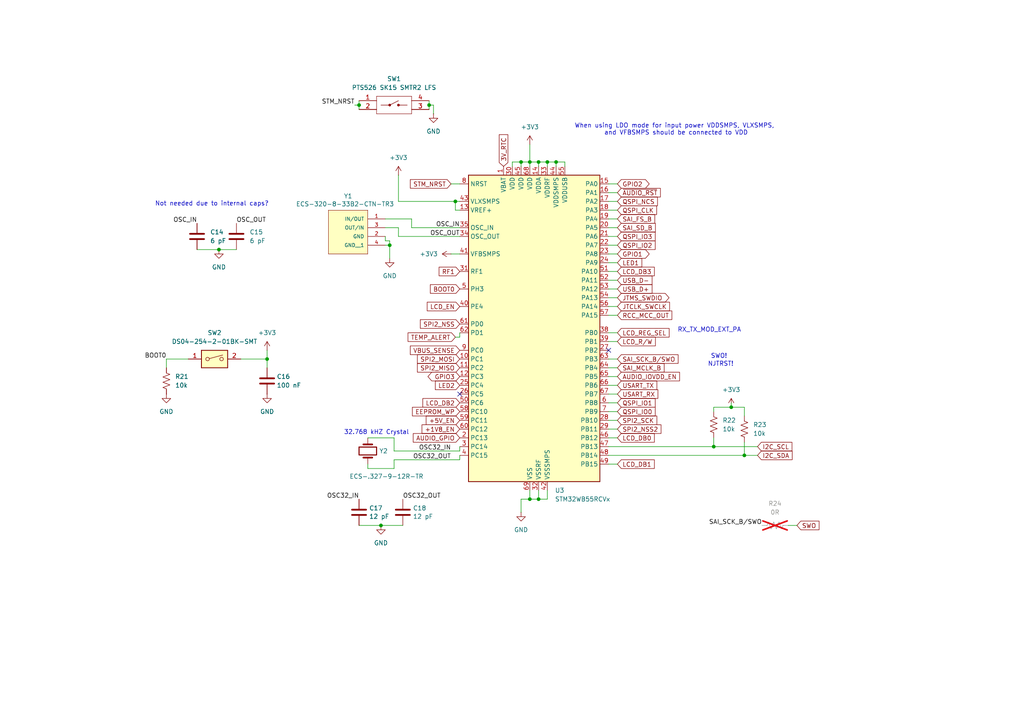
<source format=kicad_sch>
(kicad_sch (version 20231120) (generator "eeschema") (generator_version "8.0")
  (paper "A4")
  (title_block (title "Jakka1") (rev "1") (company "Jacob Kapala"))
  (lib_symbols
    (symbol "Device:C" (pin_numbers hide) (pin_names (offset 0.254))
      (property "Reference" "C" (at 0.635 2.54 0))
      (property "Value" "C" (at 0.635 -2.54 0))
      (symbol "C_0_1"
        (polyline (pts (xy -2.032 -0.762) (xy 2.032 -0.762)) (stroke (width 0.508)))
        (polyline (pts (xy -2.032 0.762) (xy 2.032 0.762)) (stroke (width 0.508)))
      )
      (symbol "C_1_1"
        (pin passive line (at 0 3.81 270) (length 2.794) (name "~") (number "1"))
        (pin passive line (at 0 -3.81 90) (length 2.794) (name "~") (number "2"))
      )
    )
    (symbol "Device:Crystal" (pin_numbers hide) (pin_names (offset 1.016) hide)
      (property "Reference" "Y" (at 0 3.81 0))
      (property "Value" "Crystal" (at 0 -3.81 0))
      (symbol "Crystal_0_1"
        (rectangle (start -1.143 2.54) (end 1.143 -2.54) (stroke (width 0.3048)))
        (polyline (pts (xy -2.54 0) (xy -1.905 0)))
        (polyline (pts (xy -1.905 -1.27) (xy -1.905 1.27)) (stroke (width 0.508)))
        (polyline (pts (xy 1.905 -1.27) (xy 1.905 1.27)) (stroke (width 0.508)))
        (polyline (pts (xy 2.54 0) (xy 1.905 0)))
      )
      (symbol "Crystal_1_1"
        (pin passive line (at -3.81 0 0) (length 1.27) (name "1") (number "1"))
        (pin passive line (at 3.81 0 180) (length 1.27) (name "2") (number "2"))
      )
    )
    (symbol "Device:R_US" (pin_numbers hide) (pin_names (offset 0))
      (property "Reference" "R" (at 2.54 0 90))
      (property "Value" "R_US" (at -2.54 0 90))
      (symbol "R_US_0_1"
        (polyline (pts (xy 0 -2.286) (xy 0 -2.54)))
        (polyline (pts (xy 0 2.286) (xy 0 2.54)))
        (polyline (pts (xy 0 -0.762) (xy 1.016 -1.143) (xy 0 -1.524) (xy -1.016 -1.905) (xy 0 -2.286)))
        (polyline (pts (xy 0 0.762) (xy 1.016 0.381) (xy 0 0) (xy -1.016 -0.381) (xy 0 -0.762)))
        (polyline (pts (xy 0 2.286) (xy 1.016 1.905) (xy 0 1.524) (xy -1.016 1.143) (xy 0 0.762)))
      )
      (symbol "R_US_1_1"
        (pin passive line (at 0 3.81 270) (length 1.27) (name "~") (number "1"))
        (pin passive line (at 0 -3.81 90) (length 1.27) (name "~") (number "2"))
      )
    )
    (symbol "MCU_ST_STM32WB:STM32WB55RCVx"
      (property "Reference" "U" (at -17.78 46.99 0))
      (property "Value" "STM32WB55RCVx" (at 12.7 46.99 0))
      (symbol "STM32WB55RCVx_0_1"
        (rectangle (start -17.78 -43.18) (end 20.32 45.72) (stroke (width 0.254)) (fill (type background)))
      )
      (symbol "STM32WB55RCVx_1_1"
        (pin power_in line (at -7.62 48.26 270) (length 2.54) (name "VBAT") (number "1"))
        (pin bidirectional line (at -20.32 -7.62 0) (length 2.54) (name "PC1") (number "10"))
        (pin bidirectional line (at -20.32 -10.16 0) (length 2.54) (name "PC2") (number "11"))
        (pin bidirectional line (at -20.32 -12.7 0) (length 2.54) (name "PC3") (number "12"))
        (pin input line (at -20.32 35.56 0) (length 2.54) (name "VREF+") (number "13"))
        (pin power_in line (at 2.54 48.26 270) (length 2.54) (name "VDDA") (number "14"))
        (pin bidirectional line (at 22.86 43.18 180) (length 2.54) (name "PA0") (number "15"))
        (pin bidirectional line (at 22.86 40.64 180) (length 2.54) (name "PA1") (number "16"))
        (pin bidirectional line (at 22.86 38.1 180) (length 2.54) (name "PA2") (number "17"))
        (pin bidirectional line (at 22.86 35.56 180) (length 2.54) (name "PA3") (number "18"))
        (pin bidirectional line (at 22.86 33.02 180) (length 2.54) (name "PA4") (number "19"))
        (pin bidirectional line (at -20.32 -30.48 0) (length 2.54) (name "PC13") (number "2"))
        (pin bidirectional line (at 22.86 30.48 180) (length 2.54) (name "PA5") (number "20"))
        (pin bidirectional line (at 22.86 27.94 180) (length 2.54) (name "PA6") (number "21"))
        (pin bidirectional line (at 22.86 25.4 180) (length 2.54) (name "PA7") (number "22"))
        (pin bidirectional line (at 22.86 22.86 180) (length 2.54) (name "PA8") (number "23"))
        (pin bidirectional line (at 22.86 20.32 180) (length 2.54) (name "PA9") (number "24"))
        (pin bidirectional line (at -20.32 -15.24 0) (length 2.54) (name "PC4") (number "25"))
        (pin bidirectional line (at -20.32 -17.78 0) (length 2.54) (name "PC5") (number "26"))
        (pin bidirectional line (at 22.86 -5.08 180) (length 2.54) (name "PB2") (number "27"))
        (pin bidirectional line (at 22.86 -25.4 180) (length 2.54) (name "PB10") (number "28"))
        (pin bidirectional line (at 22.86 -27.94 180) (length 2.54) (name "PB11") (number "29"))
        (pin bidirectional line (at -20.32 -33.02 0) (length 2.54) (name "PC14") (number "3"))
        (pin power_in line (at -5.08 48.26 270) (length 2.54) (name "VDD") (number "30"))
        (pin bidirectional line (at -20.32 17.78 0) (length 2.54) (name "RF1") (number "31"))
        (pin power_in line (at 2.54 -45.72 90) (length 2.54) (name "VSSRF") (number "32"))
        (pin power_in line (at 5.08 48.26 270) (length 2.54) (name "VDDRF") (number "33"))
        (pin input line (at -20.32 27.94 0) (length 2.54) (name "OSC_OUT") (number "34"))
        (pin input line (at -20.32 30.48 0) (length 2.54) (name "OSC_IN") (number "35"))
        (pin no_connect line (at -17.78 -43.18 0) (length 2.54) hide (name "AT0") (number "36"))
        (pin no_connect line (at -17.78 -40.64 0) (length 2.54) hide (name "AT1") (number "37"))
        (pin bidirectional line (at 22.86 0 180) (length 2.54) (name "PB0") (number "38"))
        (pin bidirectional line (at 22.86 -2.54 180) (length 2.54) (name "PB1") (number "39"))
        (pin bidirectional line (at -20.32 -35.56 0) (length 2.54) (name "PC15") (number "4"))
        (pin bidirectional line (at -20.32 7.62 0) (length 2.54) (name "PE4") (number "40"))
        (pin input line (at -20.32 22.86 0) (length 2.54) (name "VFBSMPS") (number "41"))
        (pin power_in line (at 5.08 -45.72 90) (length 2.54) (name "VSSSMPS") (number "42"))
        (pin power_in line (at -20.32 38.1 0) (length 2.54) (name "VLXSMPS") (number "43"))
        (pin power_in line (at 7.62 48.26 270) (length 2.54) (name "VDDSMPS") (number "44"))
        (pin power_in line (at -2.54 48.26 270) (length 2.54) (name "VDD") (number "45"))
        (pin bidirectional line (at 22.86 -30.48 180) (length 2.54) (name "PB12") (number "46"))
        (pin bidirectional line (at 22.86 -33.02 180) (length 2.54) (name "PB13") (number "47"))
        (pin bidirectional line (at 22.86 -35.56 180) (length 2.54) (name "PB14") (number "48"))
        (pin bidirectional line (at 22.86 -38.1 180) (length 2.54) (name "PB15") (number "49"))
        (pin bidirectional line (at -20.32 12.7 0) (length 2.54) (name "PH3") (number "5"))
        (pin bidirectional line (at -20.32 -20.32 0) (length 2.54) (name "PC6") (number "50"))
        (pin bidirectional line (at 22.86 17.78 180) (length 2.54) (name "PA10") (number "51"))
        (pin bidirectional line (at 22.86 15.24 180) (length 2.54) (name "PA11") (number "52"))
        (pin bidirectional line (at 22.86 12.7 180) (length 2.54) (name "PA12") (number "53"))
        (pin bidirectional line (at 22.86 10.16 180) (length 2.54) (name "PA13") (number "54"))
        (pin power_in line (at 10.16 48.26 270) (length 2.54) (name "VDDUSB") (number "55"))
        (pin bidirectional line (at 22.86 7.62 180) (length 2.54) (name "PA14") (number "56"))
        (pin bidirectional line (at 22.86 5.08 180) (length 2.54) (name "PA15") (number "57"))
        (pin bidirectional line (at -20.32 -22.86 0) (length 2.54) (name "PC10") (number "58"))
        (pin bidirectional line (at -20.32 -25.4 0) (length 2.54) (name "PC11") (number "59"))
        (pin bidirectional line (at 22.86 -20.32 180) (length 2.54) (name "PB8") (number "6"))
        (pin bidirectional line (at -20.32 -27.94 0) (length 2.54) (name "PC12") (number "60"))
        (pin bidirectional line (at -20.32 2.54 0) (length 2.54) (name "PD0") (number "61"))
        (pin bidirectional line (at -20.32 0 0) (length 2.54) (name "PD1") (number "62"))
        (pin bidirectional line (at 22.86 -7.62 180) (length 2.54) (name "PB3") (number "63"))
        (pin bidirectional line (at 22.86 -10.16 180) (length 2.54) (name "PB4") (number "64"))
        (pin bidirectional line (at 22.86 -12.7 180) (length 2.54) (name "PB5") (number "65"))
        (pin bidirectional line (at 22.86 -15.24 180) (length 2.54) (name "PB6") (number "66"))
        (pin bidirectional line (at 22.86 -17.78 180) (length 2.54) (name "PB7") (number "67"))
        (pin power_in line (at 0 48.26 270) (length 2.54) (name "VDD") (number "68"))
        (pin power_in line (at 0 -45.72 90) (length 2.54) (name "VSS") (number "69"))
        (pin bidirectional line (at 22.86 -22.86 180) (length 2.54) (name "PB9") (number "7"))
        (pin input line (at -20.32 43.18 0) (length 2.54) (name "NRST") (number "8"))
        (pin bidirectional line (at -20.32 -5.08 0) (length 2.54) (name "PC0") (number "9"))
      )
    )
    (symbol "jka_library:DS04-254-2-01BK-SMT"
      (property "Reference" "SW" (at -4.064 7.112 0))
      (property "Value" "DS04-254-2-01BK-SMT" (at -4.064 4.572 0))
      (symbol "DS04-254-2-01BK-SMT_0_0"
        (circle (center -2.032 0) (radius 0.508))
        (polyline (pts (xy -1.524 0.127) (xy 2.3622 1.1684)))
        (circle (center 2.032 0) (radius 0.508))
      )
      (symbol "DS04-254-2-01BK-SMT_0_1"
        (rectangle (start -3.81 2.54) (end 3.81 -2.54) (stroke (width 0.254)) (fill (type background)))
      )
      (symbol "DS04-254-2-01BK-SMT_1_1"
        (pin passive line (at -7.62 0 0) (length 3.81) (name "") (number "1"))
        (pin passive line (at 7.62 0 180) (length 3.81) (name "") (number "2"))
      )
    )
    (symbol "jka_library:ECS-320-8-33-RWY-TR" (pin_names (offset 1.016))
      (property "Reference" "Y" (at -0.508 8.382 0))
      (property "Value" "ECS-320-8-33-RWY-TR" (at -15.2549 -7.629 0))
      (symbol "ECS-320-8-33-RWY-TR_0_0"
        (rectangle (start -5.08 7.62) (end 6.35 -5.08) (stroke (width 0.127)) (fill (type background)))
        (pin bidirectional line (at 11.43 5.08 180) (length 5.08) (name "IN/OUT") (number "1"))
        (pin power_in line (at 11.43 0 180) (length 5.08) (name "GND") (number "2"))
        (pin bidirectional line (at 11.43 2.54 180) (length 5.08) (name "OUT/IN") (number "3"))
        (pin power_in line (at 11.43 -2.54 180) (length 5.08) (name "GND__1") (number "4"))
      )
    )
    (symbol "jka_library:PTS526_SK15_SMTR2_LFS" (pin_names (offset 0.254))
      (property "Reference" "SW" (at 12.7 5.334 0))
      (property "Value" "PTS526 SK15 SMTR2 LFS" (at 12.7 3.302 0))
      (symbol "PTS526_SK15_SMTR2_LFS_0_1"
        (polyline (pts (xy 7.62 -3.81) (xy 17.78 -3.81)) (stroke (width 0.127)))
        (polyline (pts (xy 7.62 1.27) (xy 7.62 -3.81)) (stroke (width 0.127)))
        (polyline (pts (xy 17.78 -3.81) (xy 17.78 1.27)) (stroke (width 0.127)))
        (polyline (pts (xy 17.78 1.27) (xy 7.62 1.27)) (stroke (width 0.127)))
      )
      (symbol "PTS526_SK15_SMTR2_LFS_1_1"
        (polyline (pts (xy 8.89 -1.27) (xy 11.43 -1.27)))
        (polyline (pts (xy 11.43 -1.27) (xy 13.97 0)))
        (polyline (pts (xy 13.97 -1.27) (xy 16.51 -1.27)))
        (circle (center 11.43 -1.27) (radius 0.0001) (stroke (width 0.762)) (fill (type outline)))
        (circle (center 13.97 -1.27) (radius 0.0001) (stroke (width 0.762)) (fill (type outline)))
        (pin unspecified line (at 2.54 0 0) (length 5.08) (name "") (number "1"))
        (pin unspecified line (at 2.54 -2.54 0) (length 5.08) (name "") (number "2"))
        (pin unspecified line (at 22.86 -2.54 180) (length 5.08) (name "") (number "3"))
        (pin unspecified line (at 22.86 0 180) (length 5.08) (name "") (number "4"))
      )
    )
    (symbol "power:+3.3V" (power) (pin_numbers hide) (pin_names (offset 0) hide)
      (property "Value" "+3.3V" (at 0 3.556 0))
      (symbol "+3.3V_0_1"
        (polyline (pts (xy -0.762 1.27) (xy 0 2.54)))
        (polyline (pts (xy 0 0) (xy 0 2.54)))
        (polyline (pts (xy 0 2.54) (xy 0.762 1.27)))
      )
      (symbol "+3.3V_1_1"
        (pin power_in line (at 0 0 90) (length 0) (name "~") (number "1"))
      )
    )
    (symbol "power:GND" (power) (pin_numbers hide) (pin_names (offset 0) hide)
      (property "Value" "GND" (at 0 -3.81 0))
      (symbol "GND_0_1"
        (polyline (pts (xy 0 0) (xy 0 -1.27) (xy 1.27 -1.27) (xy 0 -2.54) (xy -1.27 -1.27) (xy 0 -1.27)))
      )
      (symbol "GND_1_1"
        (pin power_in line (at 0 0 270) (length 0) (name "~") (number "1"))
      )
    )
  )
  (junction (at 63.5 72.39))
  (junction (at 215.9 132.08))
  (junction (at 110.49 152.4))
  (junction (at 151.13 46.99))
  (junction (at 158.75 46.99))
  (junction (at 124.46 30.48))
  (junction (at 161.29 46.99))
  (junction (at 156.21 46.99))
  (junction (at 153.67 46.99))
  (junction (at 77.47 104.14))
  (junction (at 113.03 71.12))
  (junction (at 212.09 118.11))
  (junction (at 153.67 144.78))
  (junction (at 156.21 144.78))
  (junction (at 207.01 129.54))
  (junction (at 132.08 58.42))
  (junction (at 104.14 30.48))
  (no_connect (at 133.35 114.3))
  (no_connect (at 176.53 101.6))
  (wire (pts (xy 176.53 78.74) (xy 179.07 78.74)))
  (wire (pts (xy 104.14 30.48) (xy 104.14 31.75)))
  (wire (pts (xy 125.73 30.48) (xy 124.46 30.48)))
  (wire (pts (xy 176.53 58.42) (xy 179.07 58.42)))
  (wire (pts (xy 130.81 73.66) (xy 133.35 73.66)))
  (wire (pts (xy 104.14 152.4) (xy 110.49 152.4)))
  (wire (pts (xy 77.47 106.68) (xy 77.47 104.14)))
  (wire (pts (xy 153.67 144.78) (xy 151.13 144.78)))
  (wire (pts (xy 163.83 48.26) (xy 163.83 46.99)))
  (wire (pts (xy 156.21 144.78) (xy 153.67 144.78)))
  (wire (pts (xy 176.53 109.22) (xy 179.07 109.22)))
  (wire (pts (xy 158.75 144.78) (xy 158.75 142.24)))
  (wire (pts (xy 176.53 60.96) (xy 179.07 60.96)))
  (wire (pts (xy 125.73 33.02) (xy 125.73 30.48)))
  (wire (pts (xy 57.15 72.39) (xy 63.5 72.39)))
  (wire (pts (xy 48.26 104.14) (xy 54.61 104.14)))
  (wire (pts (xy 151.13 46.99) (xy 151.13 48.26)))
  (wire (pts (xy 151.13 46.99) (xy 153.67 46.99)))
  (wire (pts (xy 176.53 116.84) (xy 179.07 116.84)))
  (wire (pts (xy 132.08 97.79) (xy 133.35 97.79)))
  (wire (pts (xy 215.9 118.11) (xy 215.9 120.65)))
  (wire (pts (xy 151.13 144.78) (xy 151.13 148.59)))
  (wire (pts (xy 114.3 127) (xy 114.3 130.81)))
  (wire (pts (xy 102.87 30.48) (xy 104.14 30.48)))
  (wire (pts (xy 114.3 133.35) (xy 133.35 133.35)))
  (wire (pts (xy 207.01 118.11) (xy 212.09 118.11)))
  (wire (pts (xy 176.53 83.82) (xy 179.07 83.82)))
  (wire (pts (xy 156.21 144.78) (xy 158.75 144.78)))
  (wire (pts (xy 219.71 132.08) (xy 215.9 132.08)))
  (wire (pts (xy 207.01 129.54) (xy 219.71 129.54)))
  (wire (pts (xy 156.21 46.99) (xy 158.75 46.99)))
  (wire (pts (xy 207.01 127) (xy 207.01 129.54)))
  (wire (pts (xy 114.3 135.89) (xy 114.3 133.35)))
  (wire (pts (xy 176.53 111.76) (xy 179.07 111.76)))
  (wire (pts (xy 111.76 63.5) (xy 119.38 63.5)))
  (wire (pts (xy 63.5 72.39) (xy 68.58 72.39)))
  (wire (pts (xy 106.68 135.89) (xy 114.3 135.89)))
  (wire (pts (xy 106.68 134.62) (xy 106.68 135.89)))
  (wire (pts (xy 215.9 128.27) (xy 215.9 132.08)))
  (wire (pts (xy 176.53 132.08) (xy 215.9 132.08)))
  (wire (pts (xy 153.67 41.91) (xy 153.67 46.99)))
  (wire (pts (xy 179.07 127) (xy 176.53 127)))
  (wire (pts (xy 176.53 114.3) (xy 179.07 114.3)))
  (wire (pts (xy 176.53 81.28) (xy 179.07 81.28)))
  (wire (pts (xy 176.53 119.38) (xy 179.07 119.38)))
  (wire (pts (xy 176.53 76.2) (xy 179.07 76.2)))
  (wire (pts (xy 111.76 69.85) (xy 113.03 69.85)))
  (wire (pts (xy 133.35 133.35) (xy 133.35 132.08)))
  (wire (pts (xy 176.53 104.14) (xy 179.07 104.14)))
  (wire (pts (xy 179.07 53.34) (xy 176.53 53.34)))
  (wire (pts (xy 231.14 152.4) (xy 228.6 152.4)))
  (wire (pts (xy 161.29 46.99) (xy 161.29 48.26)))
  (wire (pts (xy 163.83 46.99) (xy 161.29 46.99)))
  (wire (pts (xy 114.3 130.81) (xy 133.35 130.81)))
  (wire (pts (xy 115.57 66.04) (xy 115.57 68.58)))
  (wire (pts (xy 133.35 130.81) (xy 133.35 129.54)))
  (wire (pts (xy 179.07 66.04) (xy 176.53 66.04)))
  (wire (pts (xy 130.81 53.34) (xy 133.35 53.34)))
  (wire (pts (xy 176.53 63.5) (xy 179.07 63.5)))
  (wire (pts (xy 179.07 99.06) (xy 176.53 99.06)))
  (wire (pts (xy 179.07 86.36) (xy 176.53 86.36)))
  (wire (pts (xy 156.21 46.99) (xy 156.21 48.26)))
  (wire (pts (xy 153.67 46.99) (xy 156.21 46.99)))
  (wire (pts (xy 179.07 55.88) (xy 176.53 55.88)))
  (wire (pts (xy 119.38 66.04) (xy 133.35 66.04)))
  (wire (pts (xy 115.57 58.42) (xy 132.08 58.42)))
  (wire (pts (xy 132.08 58.42) (xy 133.35 58.42)))
  (wire (pts (xy 110.49 152.4) (xy 116.84 152.4)))
  (wire (pts (xy 113.03 71.12) (xy 113.03 74.93)))
  (wire (pts (xy 153.67 48.26) (xy 153.67 46.99)))
  (wire (pts (xy 179.07 124.46) (xy 176.53 124.46)))
  (wire (pts (xy 119.38 63.5) (xy 119.38 66.04)))
  (wire (pts (xy 69.85 104.14) (xy 77.47 104.14)))
  (wire (pts (xy 133.35 97.79) (xy 133.35 96.52)))
  (wire (pts (xy 115.57 68.58) (xy 133.35 68.58)))
  (wire (pts (xy 111.76 68.58) (xy 111.76 69.85)))
  (wire (pts (xy 161.29 46.99) (xy 158.75 46.99)))
  (wire (pts (xy 176.53 68.58) (xy 179.07 68.58)))
  (wire (pts (xy 132.08 60.96) (xy 132.08 58.42)))
  (wire (pts (xy 153.67 142.24) (xy 153.67 144.78)))
  (wire (pts (xy 77.47 101.6) (xy 77.47 104.14)))
  (wire (pts (xy 176.53 73.66) (xy 179.07 73.66)))
  (wire (pts (xy 111.76 71.12) (xy 113.03 71.12)))
  (wire (pts (xy 176.53 129.54) (xy 207.01 129.54)))
  (wire (pts (xy 207.01 119.38) (xy 207.01 118.11)))
  (wire (pts (xy 148.59 46.99) (xy 151.13 46.99)))
  (wire (pts (xy 124.46 29.21) (xy 124.46 30.48)))
  (wire (pts (xy 176.53 106.68) (xy 179.07 106.68)))
  (wire (pts (xy 176.53 71.12) (xy 179.07 71.12)))
  (wire (pts (xy 124.46 30.48) (xy 124.46 31.75)))
  (wire (pts (xy 158.75 48.26) (xy 158.75 46.99)))
  (wire (pts (xy 115.57 58.42) (xy 115.57 50.8)))
  (wire (pts (xy 148.59 48.26) (xy 148.59 46.99)))
  (wire (pts (xy 111.76 66.04) (xy 115.57 66.04)))
  (wire (pts (xy 48.26 104.14) (xy 48.26 106.68)))
  (wire (pts (xy 113.03 69.85) (xy 113.03 71.12)))
  (wire (pts (xy 176.53 91.44) (xy 179.07 91.44)))
  (wire (pts (xy 176.53 88.9) (xy 179.07 88.9)))
  (wire (pts (xy 179.07 134.62) (xy 176.53 134.62)))
  (wire (pts (xy 133.35 60.96) (xy 132.08 60.96)))
  (wire (pts (xy 104.14 29.21) (xy 104.14 30.48)))
  (wire (pts (xy 176.53 96.52) (xy 179.07 96.52)))
  (wire (pts (xy 176.53 121.92) (xy 179.07 121.92)))
  (wire (pts (xy 212.09 116.84) (xy 212.09 118.11)))
  (wire (pts (xy 212.09 118.11) (xy 215.9 118.11)))
  (wire (pts (xy 106.68 127) (xy 114.3 127)))
  (wire (pts (xy 156.21 142.24) (xy 156.21 144.78)))
  (text "Not needed due to internal caps?" (at 61.468 59.182 0) (effects (font (size 1.27 1.27))))
  (text "RX_TX_MOD_EXT_PA" (at 205.74 95.758 0) (effects (font (size 1.27 1.27))))
  (text "NJTRST!" (at 209.042 105.664 0) (effects (font (size 1.27 1.27))))
  (text "32.768 kHZ Crystal" (at 109.22 125.476 0) (effects (font (size 1.27 1.27))))
  (text "SWO!" (at 208.534 103.378 0) (effects (font (size 1.27 1.27))))
  (text "When using LDO mode for input power VDDSMPS, VLXSMPS, \nand VFBSMPS should be connected to VDD" (at 196.088 37.592 0) (effects (font (size 1.27 1.27))))
  (label "OSC_IN" (at 57.15 64.77 180))
  (label "OSC_IN" (at 133.35 66.04 180))
  (label "OSC32_OUT" (at 130.81 133.35 180))
  (label "OSC32_IN" (at 104.14 144.78 180))
  (label "OSC_OUT" (at 133.35 68.58 180))
  (label "OSC32_IN" (at 130.81 130.81 180))
  (label "STM_NRST" (at 102.87 30.48 180))
  (label "OSC32_OUT" (at 116.84 144.78 0))
  (label "BOOT0" (at 48.26 104.14 180))
  (label "OSC_OUT" (at 68.58 64.77 0))
  (label "SAI_SCK_B{slash}SWO" (at 220.98 152.4 180))
  (global_label "QSPI_IO0" (shape input) (at 179.07 119.38 0) (property "Intersheetrefs" "${INTERSHEET_REFS}" (effects (hide yes))))
  (global_label "QSPI_IO2" (shape input) (at 179.07 71.12 0) (property "Intersheetrefs" "${INTERSHEET_REFS}" (effects (hide yes))))
  (global_label "QSPI_IO3" (shape input) (at 179.07 68.58 0) (property "Intersheetrefs" "${INTERSHEET_REFS}" (effects (hide yes))))
  (global_label "LED2" (shape input) (at 133.35 111.76 180) (property "Intersheetrefs" "${INTERSHEET_REFS}" (effects (hide yes))))
  (global_label "JTMS_SWDIO" (shape bidirectional) (at 179.07 86.36 0) (property "Intersheetrefs" "${INTERSHEET_REFS}" (effects (hide yes))))
  (global_label "SAI_MCLK_B" (shape input) (at 179.07 106.68 0) (property "Intersheetrefs" "${INTERSHEET_REFS}" (effects (hide yes))))
  (global_label "USB_D-" (shape input) (at 179.07 81.28 0) (property "Intersheetrefs" "${INTERSHEET_REFS}" (effects (hide yes))))
  (global_label "GPIO2" (shape bidirectional) (at 179.07 53.34 0) (property "Intersheetrefs" "${INTERSHEET_REFS}" (effects (hide yes))))
  (global_label "VBUS_SENSE" (shape input) (at 133.35 101.6 180) (property "Intersheetrefs" "${INTERSHEET_REFS}" (effects (hide yes))))
  (global_label "LCD_R{slash}W" (shape input) (at 179.07 99.06 0) (property "Intersheetrefs" "${INTERSHEET_REFS}" (effects (hide yes))))
  (global_label "LCD_DB0" (shape input) (at 179.07 127 0) (property "Intersheetrefs" "${INTERSHEET_REFS}" (effects (hide yes))))
  (global_label "SAI_SD_B" (shape input) (at 179.07 66.04 0) (property "Intersheetrefs" "${INTERSHEET_REFS}" (effects (hide yes))))
  (global_label "USART_TX" (shape input) (at 179.07 111.76 0) (property "Intersheetrefs" "${INTERSHEET_REFS}" (effects (hide yes))))
  (global_label "SPI2_SCK" (shape input) (at 179.07 121.92 0) (property "Intersheetrefs" "${INTERSHEET_REFS}" (effects (hide yes))))
  (global_label "SPI2_MISO" (shape input) (at 133.35 106.68 180) (property "Intersheetrefs" "${INTERSHEET_REFS}" (effects (hide yes))))
  (global_label "STM_NRST" (shape input) (at 130.81 53.34 180) (property "Intersheetrefs" "${INTERSHEET_REFS}" (effects (hide yes))))
  (global_label "USB_D+" (shape input) (at 179.07 83.82 0) (property "Intersheetrefs" "${INTERSHEET_REFS}" (effects (hide yes))))
  (global_label "QSPI_NCS" (shape input) (at 179.07 58.42 0) (property "Intersheetrefs" "${INTERSHEET_REFS}" (effects (hide yes))))
  (global_label "+5V_EN" (shape input) (at 133.35 121.92 180) (property "Intersheetrefs" "${INTERSHEET_REFS}" (effects (hide yes))))
  (global_label "GPIO1" (shape bidirectional) (at 179.07 73.66 0) (property "Intersheetrefs" "${INTERSHEET_REFS}" (effects (hide yes))))
  (global_label "QSPI_IO1" (shape input) (at 179.07 116.84 0) (property "Intersheetrefs" "${INTERSHEET_REFS}" (effects (hide yes))))
  (global_label "LED1" (shape input) (at 179.07 76.2 0) (property "Intersheetrefs" "${INTERSHEET_REFS}" (effects (hide yes))))
  (global_label "LCD_DB3" (shape input) (at 179.07 78.74 0) (property "Intersheetrefs" "${INTERSHEET_REFS}" (effects (hide yes))))
  (global_label "LCD_EN" (shape input) (at 133.35 88.9 180) (property "Intersheetrefs" "${INTERSHEET_REFS}" (effects (hide yes))))
  (global_label "I2C_SDA" (shape input) (at 219.71 132.08 0) (property "Intersheetrefs" "${INTERSHEET_REFS}" (effects (hide yes))))
  (global_label "SPI2_NSS2" (shape input) (at 179.07 124.46 0) (property "Intersheetrefs" "${INTERSHEET_REFS}" (effects (hide yes))))
  (global_label "~{AUDIO_RST}" (shape input) (at 179.07 55.88 0) (property "Intersheetrefs" "${INTERSHEET_REFS}" (effects (hide yes))))
  (global_label "RCC_MCC_OUT" (shape input) (at 179.07 91.44 0) (property "Intersheetrefs" "${INTERSHEET_REFS}" (effects (hide yes))))
  (global_label "SPI2_MOSI" (shape input) (at 133.35 104.14 180) (property "Intersheetrefs" "${INTERSHEET_REFS}" (effects (hide yes))))
  (global_label "SAI_SCK_B{slash}SWO" (shape input) (at 179.07 104.14 0) (property "Intersheetrefs" "${INTERSHEET_REFS}" (effects (hide yes))))
  (global_label "AUDIO_IOVDD_EN" (shape input) (at 179.07 109.22 0) (property "Intersheetrefs" "${INTERSHEET_REFS}" (effects (hide yes))))
  (global_label "SWO" (shape input) (at 231.14 152.4 0) (property "Intersheetrefs" "${INTERSHEET_REFS}" (effects (hide yes))))
  (global_label "LCD_DB1" (shape input) (at 179.07 134.62 0) (property "Intersheetrefs" "${INTERSHEET_REFS}" (effects (hide yes))))
  (global_label "JTCLK_SWCLK" (shape input) (at 179.07 88.9 0) (property "Intersheetrefs" "${INTERSHEET_REFS}" (effects (hide yes))))
  (global_label "RF1" (shape input) (at 133.35 78.74 180) (property "Intersheetrefs" "${INTERSHEET_REFS}" (effects (hide yes))))
  (global_label "BOOT0" (shape input) (at 133.35 83.82 180) (property "Intersheetrefs" "${INTERSHEET_REFS}" (effects (hide yes))))
  (global_label "GPIO3" (shape bidirectional) (at 133.35 109.22 180) (property "Intersheetrefs" "${INTERSHEET_REFS}" (effects (hide yes))))
  (global_label "+1V8_EN" (shape input) (at 133.35 124.46 180) (property "Intersheetrefs" "${INTERSHEET_REFS}" (effects (hide yes))))
  (global_label "TEMP_ALERT" (shape input) (at 132.08 97.79 180) (property "Intersheetrefs" "${INTERSHEET_REFS}" (effects (hide yes))))
  (global_label "LCD_REG_SEL" (shape input) (at 179.07 96.52 0) (property "Intersheetrefs" "${INTERSHEET_REFS}" (effects (hide yes))))
  (global_label "SPI2_NSS" (shape input) (at 133.35 93.98 180) (property "Intersheetrefs" "${INTERSHEET_REFS}" (effects (hide yes))))
  (global_label "AUDIO_GPIO" (shape input) (at 133.35 127 180) (property "Intersheetrefs" "${INTERSHEET_REFS}" (effects (hide yes))))
  (global_label "USART_RX" (shape input) (at 179.07 114.3 0) (property "Intersheetrefs" "${INTERSHEET_REFS}" (effects (hide yes))))
  (global_label "I2C_SCL" (shape input) (at 219.71 129.54 0) (property "Intersheetrefs" "${INTERSHEET_REFS}" (effects (hide yes))))
  (global_label "EEPROM_WP" (shape input) (at 133.35 119.38 180) (property "Intersheetrefs" "${INTERSHEET_REFS}" (effects (hide yes))))
  (global_label "SAI_FS_B" (shape input) (at 179.07 63.5 0) (property "Intersheetrefs" "${INTERSHEET_REFS}" (effects (hide yes))))
  (global_label "QSPI_CLK" (shape input) (at 179.07 60.96 0) (property "Intersheetrefs" "${INTERSHEET_REFS}" (effects (hide yes))))
  (global_label "LCD_DB2" (shape input) (at 133.35 116.84 180) (property "Intersheetrefs" "${INTERSHEET_REFS}" (effects (hide yes))))
  (global_label "3V_RTC" (shape input) (at 146.05 48.26 90) (property "Intersheetrefs" "${INTERSHEET_REFS}" (effects (hide yes))))
  (symbol (lib_id "power:+3.3V") (at 153.67 41.91 0) (unit 1)
    (property "Reference" "#PWR021" (effects (hide yes)))
    (property "Value" "+3V3" (at 153.67 36.83 0))
    (property "Description" "Power symbol creates a global label with name \"+3.3V\"" (effects (hide yes)))
  )
  (symbol (lib_id "power:GND") (at 63.5 72.39 0) (unit 1)
    (property "Reference" "#PWR023" (effects (hide yes)))
    (property "Value" "GND" (at 63.5 77.47 0))
    (property "Description" "Power symbol creates a global label with name \"GND\" , ground" (effects (hide yes)))
  )
  (symbol (lib_id "power:+3.3V") (at 212.09 118.11 0) (unit 1)
    (property "Reference" "#PWR029" (effects (hide yes)))
    (property "Value" "+3V3" (at 212.09 113.03 0))
    (property "Description" "Power symbol creates a global label with name \"+3.3V\"" (effects (hide yes)))
  )
  (symbol (lib_id "Device:C") (at 57.15 68.58 0) (unit 1)
    (property "Reference" "C14" (at 60.96 67.3099 0) (effects (justify left)))
    (property "Value" "6 pF" (at 60.96 69.8499 0) (effects (justify left)))
    (property "Footprint" "Capacitor_SMD:C_0603_1608Metric" (effects (hide yes)))
    (property "Description" "Unpolarized capacitor" (effects (hide yes)))
  )
  (symbol (lib_id "Device:R_US") (at 215.9 124.46 0) (unit 1)
    (property "Reference" "R23" (at 218.44 123.1899 0) (effects (justify left)))
    (property "Value" "10k" (at 218.44 125.7299 0) (effects (justify left)))
    (property "Footprint" "Resistor_SMD:R_0603_1608Metric" (effects (hide yes)))
    (property "Description" "Resistor, US symbol" (effects (hide yes)))
  )
  (symbol (lib_id "Device:C") (at 68.58 68.58 0) (unit 1)
    (property "Reference" "C15" (at 72.39 67.3099 0) (effects (justify left)))
    (property "Value" "6 pF" (at 72.39 69.8499 0) (effects (justify left)))
    (property "Footprint" "Capacitor_SMD:C_0603_1608Metric" (effects (hide yes)))
    (property "Description" "Unpolarized capacitor" (effects (hide yes)))
  )
  (symbol (lib_id "power:GND") (at 151.13 148.59 0) (unit 1)
    (property "Reference" "#PWR030" (effects (hide yes)))
    (property "Value" "GND" (at 151.13 153.67 0))
    (property "Description" "Power symbol creates a global label with name \"GND\" , ground" (effects (hide yes)))
  )
  (symbol (lib_id "power:GND") (at 48.26 114.3 0) (unit 1)
    (property "Reference" "#PWR027" (effects (hide yes)))
    (property "Value" "GND" (at 48.26 119.38 0))
    (property "Description" "Power symbol creates a global label with name \"GND\" , ground" (effects (hide yes)))
  )
  (symbol (lib_id "jka_library:DS04-254-2-01BK-SMT") (at 62.23 104.14 0) (unit 1)
    (property "Reference" "SW2" (at 62.23 96.52 0))
    (property "Value" "DS04-254-2-01BK-SMT" (at 62.23 99.06 0))
    (property "Footprint" "jka_library:DS04254201BKSMT" (effects (hide yes)))
    (property "Datasheet" "https://www.sameskydevices.com/product/resource/supplyframepdf/ds04-254-smt.pdf" (effects (hide yes)))
    (property "Description" "1 Position, Surface Mount, 2.54 mm Pitch, Flat Slide Actuator, Flat Bottom, SMT Pin, DIP Switch" (effects (hide yes)))
    (property "Height" "4.85" (effects (hide yes)))
    (property "Manufacturer_Name" "Same Sky" (effects (hide yes)))
    (property "Manufacturer_Part_Number" "DS04-254-2-01BK-SMT" (effects (hide yes)))
    (property "Mouser Part Number" "490-DS04254201BK-SMT" (effects (hide yes)))
    (property "Mouser Price/Stock" "https://www.mouser.co.uk/ProductDetail/Same-Sky/DS04-254-2-01BK-SMT?qs=wnTfsH77Xs7VDGZ8jaePmA%3D%3D" (effects (hide yes)))
    (property "Arrow Part Number" "DS04-254-2-01BK-SMT" (effects (hide yes)))
    (property "Arrow Price/Stock" "https://www.arrow.com/en/products/ds04-254-2-01bk-smt/cui-devices?utm_currency=USD&region=nac" (effects (hide yes)))
  )
  (symbol (lib_id "Device:R_US") (at 224.79 152.4 90) (unit 1) (dnp yes)
    (property "Reference" "R24" (at 224.79 146.05 90))
    (property "Value" "0R" (at 224.79 148.59 90))
    (property "Footprint" "Resistor_SMD:R_0603_1608Metric" (effects (hide yes)))
    (property "Description" "Resistor, US symbol" (effects (hide yes)))
  )
  (symbol (lib_id "MCU_ST_STM32WB:STM32WB55RCVx") (at 153.67 96.52 0) (unit 1)
    (property "Reference" "U3" (at 160.9441 142.24 0) (effects (justify left)))
    (property "Value" "STM32WB55RCVx" (at 160.9441 144.78 0) (effects (justify left)))
    (property "Footprint" "Package_DFN_QFN:QFN-68-1EP_8x8mm_P0.4mm_EP6.4x6.4mm" (effects (hide yes)))
    (property "Datasheet" "https://www.st.com/resource/en/datasheet/stm32wb55rc.pdf" (effects (hide yes)))
    (property "Description" "STMicroelectronics Arm Cortex-M4 MCU, 256KB flash, 128KB RAM, 64 MHz, 1.71-3.6V, 49 GPIO, VFQFPN68" (effects (hide yes)))
  )
  (symbol (lib_id "Device:C") (at 104.14 148.59 0) (unit 1)
    (property "Reference" "C17" (at 107.061 147.3778 0) (effects (justify left)))
    (property "Value" "12 pF" (at 107.061 149.8021 0) (effects (justify left)))
    (property "Footprint" "Capacitor_SMD:C_0603_1608Metric" (effects (hide yes)))
    (property "Description" "Unpolarized capacitor" (effects (hide yes)))
  )
  (symbol (lib_id "power:GND") (at 125.73 33.02 0) (unit 1)
    (property "Reference" "#PWR020" (effects (hide yes)))
    (property "Value" "GND" (at 125.73 38.1 0))
    (property "Description" "Power symbol creates a global label with name \"GND\" , ground" (effects (hide yes)))
  )
  (symbol (lib_id "power:+3.3V") (at 130.81 73.66 90) (unit 1)
    (property "Reference" "#PWR024" (effects (hide yes)))
    (property "Value" "+3V3" (at 127 73.6599 90) (effects (justify left)))
    (property "Description" "Power symbol creates a global label with name \"+3.3V\"" (effects (hide yes)))
  )
  (symbol (lib_id "Device:R_US") (at 48.26 110.49 0) (unit 1)
    (property "Reference" "R21" (at 50.8 109.2199 0) (effects (justify left)))
    (property "Value" "10k" (at 50.8 111.7599 0) (effects (justify left)))
    (property "Footprint" "Resistor_SMD:R_0603_1608Metric" (effects (hide yes)))
    (property "Description" "Resistor, US symbol" (effects (hide yes)))
  )
  (symbol (lib_id "jka_library:ECS-320-8-33-RWY-TR") (at 100.33 68.58 0) (unit 1)
    (property "Reference" "Y1" (at 100.965 56.879 0))
    (property "Value" "ECS-320-8-33B2-CTN-TR3" (at 100.076 59.182 0))
    (property "Footprint" "jka_library:XTAL_ECS-320-8-33-RWY-TR" (effects (hide yes)))
  )
  (symbol (lib_id "power:GND") (at 113.03 74.93 0) (unit 1)
    (property "Reference" "#PWR025" (effects (hide yes)))
    (property "Value" "GND" (at 113.03 80.01 0))
    (property "Description" "Power symbol creates a global label with name \"GND\" , ground" (effects (hide yes)))
  )
  (symbol (lib_id "Device:C") (at 116.84 148.59 0) (unit 1)
    (property "Reference" "C18" (at 119.761 147.3778 0) (effects (justify left)))
    (property "Value" "12 pF" (at 119.761 149.8021 0) (effects (justify left)))
    (property "Footprint" "Capacitor_SMD:C_0603_1608Metric" (effects (hide yes)))
    (property "Description" "Unpolarized capacitor" (effects (hide yes)))
  )
  (symbol (lib_id "power:+3.3V") (at 77.47 101.6 0) (unit 1)
    (property "Reference" "#PWR026" (effects (hide yes)))
    (property "Value" "+3V3" (at 77.47 96.52 0))
    (property "Description" "Power symbol creates a global label with name \"+3.3V\"" (effects (hide yes)))
  )
  (symbol (lib_id "power:GND") (at 77.47 114.3 0) (unit 1)
    (property "Reference" "#PWR028" (effects (hide yes)))
    (property "Value" "GND" (at 77.47 119.38 0))
    (property "Description" "Power symbol creates a global label with name \"GND\" , ground" (effects (hide yes)))
  )
  (symbol (lib_id "power:+3.3V") (at 115.57 50.8 0) (unit 1)
    (property "Reference" "#PWR022" (effects (hide yes)))
    (property "Value" "+3V3" (at 115.57 45.72 0))
    (property "Description" "Power symbol creates a global label with name \"+3.3V\"" (effects (hide yes)))
  )
  (symbol (lib_id "Device:R_US") (at 207.01 123.19 0) (unit 1)
    (property "Reference" "R22" (at 209.55 121.9199 0) (effects (justify left)))
    (property "Value" "10k" (at 209.55 124.4599 0) (effects (justify left)))
    (property "Footprint" "Resistor_SMD:R_0603_1608Metric" (effects (hide yes)))
    (property "Description" "Resistor, US symbol" (effects (hide yes)))
  )
  (symbol (lib_id "power:GND") (at 110.49 152.4 0) (unit 1)
    (property "Reference" "#PWR031" (effects (hide yes)))
    (property "Value" "GND" (at 110.49 157.48 0))
    (property "Description" "Power symbol creates a global label with name \"GND\" , ground" (effects (hide yes)))
  )
  (symbol (lib_id "Device:C") (at 77.47 110.49 0) (unit 1)
    (property "Reference" "C16" (at 80.264 109.22 0) (effects (justify left)))
    (property "Value" "100 nF" (at 80.264 111.76 0) (effects (justify left)))
    (property "Footprint" "Capacitor_SMD:C_0603_1608Metric" (effects (hide yes)))
    (property "Description" "Unpolarized capacitor" (effects (hide yes)))
  )
  (symbol (lib_id "jka_library:PTS526_SK15_SMTR2_LFS") (at 101.6 29.21 0) (unit 1)
    (property "Reference" "SW1" (at 114.3 22.86 0))
    (property "Value" "PTS526 SK15 SMTR2 LFS" (at 114.3 25.4 0))
    (property "Footprint" "jka_library:PTS526SK15SMTR2 LFS" (effects (hide yes)))
    (property "Datasheet" "PTS526 SK15 SMTR2 LFS" (effects (hide yes)))
    (property "Description" "A SPST-NO switch in a 3.7 x 4.8 mm package" (effects (hide yes)))
  )
  (symbol (lib_id "Device:Crystal") (at 106.68 130.81 90) (unit 1)
    (property "Reference" "Y2" (at 109.982 130.81 90) (effects (justify right)))
    (property "Value" "ECS-.327-9-12R-TR" (at 101.346 138.176 90) (effects (justify right)))
    (property "Footprint" "Crystal:Crystal_SMD_2012-2Pin_2.0x1.2mm_HandSoldering" (effects (hide yes)))
    (property "Description" "Two pin crystal" (effects (hide yes)))
  )
)
</source>
